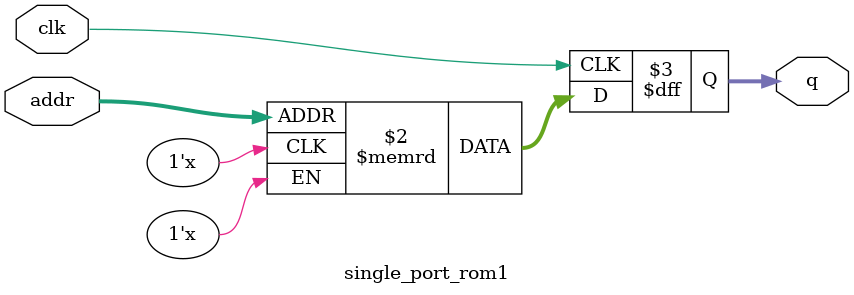
<source format=v>

module single_port_rom1
#(parameter DATA_WIDTH = 32, parameter ADDR_WIDTH = 8)
(
	input [(ADDR_WIDTH-1):0] addr,
	input clk, 
	output reg [(DATA_WIDTH-1):0] q
);

	reg [DATA_WIDTH-1:0] rom[2**ADDR_WIDTH-1:0]/* synthesis ram_init_file = "packet_number.mif" */;
	//reg [DATA_WIDTH-1:0] rom[2**ADDR_WIDTH-1:0];
/*	initial
	begin
		$readmemb("../data1_1/packet_number_mif.txt", rom);
	end*/

	always @ (posedge clk)
	begin
		q <= rom[addr];
	end

endmodule

</source>
